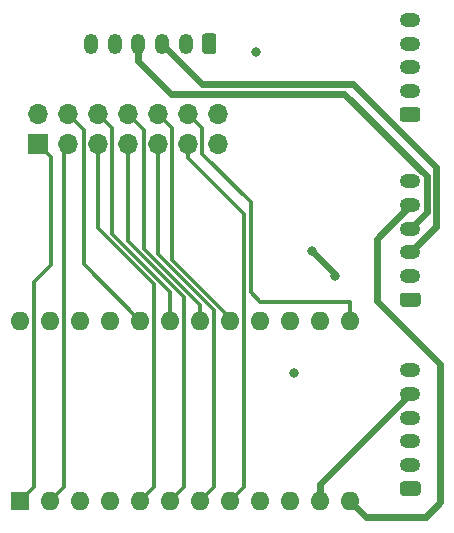
<source format=gbr>
%TF.GenerationSoftware,KiCad,Pcbnew,(5.1.9)-1*%
%TF.CreationDate,2021-10-18T19:29:22-06:00*%
%TF.ProjectId,stick_controller,73746963-6b5f-4636-9f6e-74726f6c6c65,rev?*%
%TF.SameCoordinates,Original*%
%TF.FileFunction,Copper,L2,Inr*%
%TF.FilePolarity,Positive*%
%FSLAX46Y46*%
G04 Gerber Fmt 4.6, Leading zero omitted, Abs format (unit mm)*
G04 Created by KiCad (PCBNEW (5.1.9)-1) date 2021-10-18 19:29:22*
%MOMM*%
%LPD*%
G01*
G04 APERTURE LIST*
%TA.AperFunction,ComponentPad*%
%ADD10O,1.700000X1.700000*%
%TD*%
%TA.AperFunction,ComponentPad*%
%ADD11R,1.700000X1.700000*%
%TD*%
%TA.AperFunction,ComponentPad*%
%ADD12R,1.600000X1.600000*%
%TD*%
%TA.AperFunction,ComponentPad*%
%ADD13O,1.600000X1.600000*%
%TD*%
%TA.AperFunction,ComponentPad*%
%ADD14O,1.750000X1.200000*%
%TD*%
%TA.AperFunction,ComponentPad*%
%ADD15O,1.200000X1.750000*%
%TD*%
%TA.AperFunction,ViaPad*%
%ADD16C,0.800000*%
%TD*%
%TA.AperFunction,Conductor*%
%ADD17C,0.609600*%
%TD*%
%TA.AperFunction,Conductor*%
%ADD18C,0.304800*%
%TD*%
G04 APERTURE END LIST*
D10*
%TO.N,GND*%
%TO.C,J5*%
X128716000Y-50290000D03*
X128716000Y-52830000D03*
%TO.N,/~D10A10*%
X126176000Y-50290000D03*
%TO.N,/~D5*%
X126176000Y-52830000D03*
%TO.N,/A0*%
X123636000Y-50290000D03*
%TO.N,/D4A6*%
X123636000Y-52830000D03*
%TO.N,/A1*%
X121096000Y-50290000D03*
%TO.N,/~D3*%
X121096000Y-52830000D03*
%TO.N,/A2*%
X118556000Y-50290000D03*
%TO.N,/D2*%
X118556000Y-52830000D03*
%TO.N,/A3*%
X116016000Y-50290000D03*
%TO.N,/D0*%
X116016000Y-52830000D03*
%TO.N,+5V*%
X113476000Y-50290000D03*
D11*
%TO.N,/D1*%
X113476000Y-52830000D03*
%TD*%
D12*
%TO.N,/D1*%
%TO.C,U1*%
X111980000Y-83018000D03*
D13*
%TO.N,/~D10A10*%
X139920000Y-67778000D03*
%TO.N,/D0*%
X114520000Y-83018000D03*
%TO.N,/MOSI*%
X137380000Y-67778000D03*
%TO.N,GND*%
X117060000Y-83018000D03*
%TO.N,/MISO*%
X134840000Y-67778000D03*
%TO.N,GND*%
X119600000Y-83018000D03*
%TO.N,/SCK*%
X132300000Y-67778000D03*
%TO.N,/D2*%
X122140000Y-83018000D03*
%TO.N,/A0*%
X129760000Y-67778000D03*
%TO.N,/~D3*%
X124680000Y-83018000D03*
%TO.N,/A1*%
X127220000Y-67778000D03*
%TO.N,/D4A6*%
X127220000Y-83018000D03*
%TO.N,/A2*%
X124680000Y-67778000D03*
%TO.N,/~D5*%
X129760000Y-83018000D03*
%TO.N,/A3*%
X122140000Y-67778000D03*
%TO.N,/CSg*%
X132300000Y-83018000D03*
%TO.N,+5V*%
X119600000Y-67778000D03*
%TO.N,/CSz*%
X134840000Y-83018000D03*
%TO.N,/RST*%
X117060000Y-67778000D03*
%TO.N,/CSy*%
X137380000Y-83018000D03*
%TO.N,GND*%
X114520000Y-67778000D03*
%TO.N,/CSx*%
X139920000Y-83018000D03*
%TO.N,Net-(U1-Pad24)*%
X111980000Y-67778000D03*
%TD*%
D14*
%TO.N,GND*%
%TO.C,J4*%
X144976000Y-42330000D03*
%TO.N,/MISOg*%
X144976000Y-44330000D03*
%TO.N,/SCK*%
X144976000Y-46330000D03*
%TO.N,/CSg*%
X144976000Y-48330000D03*
%TO.N,+5V*%
%TA.AperFunction,ComponentPad*%
G36*
G01*
X145601001Y-50930000D02*
X144350999Y-50930000D01*
G75*
G02*
X144101000Y-50680001I0J249999D01*
G01*
X144101000Y-49979999D01*
G75*
G02*
X144350999Y-49730000I249999J0D01*
G01*
X145601001Y-49730000D01*
G75*
G02*
X145851000Y-49979999I0J-249999D01*
G01*
X145851000Y-50680001D01*
G75*
G02*
X145601001Y-50930000I-249999J0D01*
G01*
G37*
%TD.AperFunction*%
%TD*%
D15*
%TO.N,GND*%
%TO.C,J3*%
X117976000Y-44330000D03*
%TO.N,/CSz*%
X119976000Y-44330000D03*
%TO.N,/SCK*%
X121976000Y-44330000D03*
%TO.N,/MOSI*%
X123976000Y-44330000D03*
%TO.N,/MISO*%
X125976000Y-44330000D03*
%TO.N,+5V*%
%TA.AperFunction,ComponentPad*%
G36*
G01*
X128576000Y-43704999D02*
X128576000Y-44955001D01*
G75*
G02*
X128326001Y-45205000I-249999J0D01*
G01*
X127625999Y-45205000D01*
G75*
G02*
X127376000Y-44955001I0J249999D01*
G01*
X127376000Y-43704999D01*
G75*
G02*
X127625999Y-43455000I249999J0D01*
G01*
X128326001Y-43455000D01*
G75*
G02*
X128576000Y-43704999I0J-249999D01*
G01*
G37*
%TD.AperFunction*%
%TD*%
D14*
%TO.N,GND*%
%TO.C,J2*%
X145000000Y-72000000D03*
%TO.N,/CSy*%
X145000000Y-74000000D03*
%TO.N,/SCK*%
X145000000Y-76000000D03*
%TO.N,/MOSI*%
X145000000Y-78000000D03*
%TO.N,/MISO*%
X145000000Y-80000000D03*
%TO.N,+5V*%
%TA.AperFunction,ComponentPad*%
G36*
G01*
X145625001Y-82600000D02*
X144374999Y-82600000D01*
G75*
G02*
X144125000Y-82350001I0J249999D01*
G01*
X144125000Y-81649999D01*
G75*
G02*
X144374999Y-81400000I249999J0D01*
G01*
X145625001Y-81400000D01*
G75*
G02*
X145875000Y-81649999I0J-249999D01*
G01*
X145875000Y-82350001D01*
G75*
G02*
X145625001Y-82600000I-249999J0D01*
G01*
G37*
%TD.AperFunction*%
%TD*%
%TO.N,GND*%
%TO.C,J1*%
X145000000Y-56000000D03*
%TO.N,/CSx*%
X145000000Y-58000000D03*
%TO.N,/SCK*%
X145000000Y-60000000D03*
%TO.N,/MOSI*%
X145000000Y-62000000D03*
%TO.N,/MISO*%
X145000000Y-64000000D03*
%TO.N,+5V*%
%TA.AperFunction,ComponentPad*%
G36*
G01*
X145625001Y-66600000D02*
X144374999Y-66600000D01*
G75*
G02*
X144125000Y-66350001I0J249999D01*
G01*
X144125000Y-65649999D01*
G75*
G02*
X144374999Y-65400000I249999J0D01*
G01*
X145625001Y-65400000D01*
G75*
G02*
X145875000Y-65649999I0J-249999D01*
G01*
X145875000Y-66350001D01*
G75*
G02*
X145625001Y-66600000I-249999J0D01*
G01*
G37*
%TD.AperFunction*%
%TD*%
D16*
%TO.N,/MOSI*%
X135122000Y-72189500D03*
%TO.N,/MISO*%
X131947000Y-45011500D03*
X136646000Y-61902500D03*
X138618000Y-64000000D03*
%TD*%
D17*
%TO.N,/CSx*%
X141283500Y-84381500D02*
X139920000Y-83018000D01*
X146298000Y-84381500D02*
X141283500Y-84381500D01*
X147504500Y-83175000D02*
X146298000Y-84381500D01*
X147504500Y-71427500D02*
X147504500Y-83175000D01*
X142170500Y-66093500D02*
X147504500Y-71427500D01*
X142170500Y-60829500D02*
X142170500Y-66093500D01*
X145000000Y-58000000D02*
X142170500Y-60829500D01*
%TO.N,/SCK*%
X121976000Y-45814600D02*
X124728900Y-48567500D01*
X121976000Y-44330000D02*
X121976000Y-45814600D01*
X146379810Y-55542373D02*
X146379810Y-58620190D01*
X139404937Y-48567500D02*
X146379810Y-55542373D01*
X124728900Y-48567500D02*
X139404937Y-48567500D01*
X146379810Y-58620190D02*
X145000000Y-60000000D01*
%TO.N,/MOSI*%
X127403889Y-47757889D02*
X123976000Y-44330000D01*
X145000000Y-62000000D02*
X147189421Y-59810579D01*
X147189421Y-59810579D02*
X147189421Y-54790959D01*
X147189421Y-54790959D02*
X140156351Y-47757889D01*
X140156351Y-47757889D02*
X127403889Y-47757889D01*
%TO.N,/MISO*%
X138618000Y-63874500D02*
X136646000Y-61902500D01*
X138618000Y-64000000D02*
X138618000Y-63874500D01*
%TO.N,/CSy*%
X137380000Y-81620000D02*
X137380000Y-83018000D01*
X145000000Y-74000000D02*
X137380000Y-81620000D01*
D18*
%TO.N,/~D10A10*%
X131502500Y-57775000D02*
X127378401Y-53650901D01*
X127378401Y-51492401D02*
X126176000Y-50290000D01*
X131502500Y-65395000D02*
X131502500Y-57775000D01*
X132300000Y-66192500D02*
X131502500Y-65395000D01*
X127378401Y-53650901D02*
X127378401Y-51492401D01*
X139920000Y-66192500D02*
X132300000Y-66192500D01*
X139920000Y-67778000D02*
X139920000Y-66192500D01*
%TO.N,/~D5*%
X129760000Y-83018000D02*
X130934190Y-81843810D01*
X130934190Y-81843810D02*
X130934190Y-58790271D01*
X130934190Y-58790271D02*
X126176000Y-54032081D01*
X126176000Y-54032081D02*
X126176000Y-52830000D01*
%TO.N,/A0*%
X124838401Y-51492401D02*
X123636000Y-50290000D01*
X124838401Y-58018851D02*
X124838401Y-51492401D01*
X124835000Y-58022252D02*
X124838401Y-58018851D01*
X124835000Y-62664500D02*
X124835000Y-58022252D01*
X129760000Y-67589500D02*
X124835000Y-62664500D01*
X129760000Y-67778000D02*
X129760000Y-67589500D01*
%TO.N,/D4A6*%
X128372401Y-81865599D02*
X128372401Y-66915811D01*
X128372401Y-66915811D02*
X123631689Y-62175099D01*
X123631689Y-62175099D02*
X123631690Y-52834310D01*
X127220000Y-83018000D02*
X128372401Y-81865599D01*
X123631690Y-52834310D02*
X123636000Y-52830000D01*
%TO.N,/A1*%
X122433599Y-51627599D02*
X121096000Y-50290000D01*
X127220000Y-66477320D02*
X122433599Y-61690919D01*
X122433599Y-61690919D02*
X122433599Y-51627599D01*
X127220000Y-67778000D02*
X127220000Y-66477320D01*
%TO.N,/~D3*%
X121096000Y-61067230D02*
X121096000Y-52830000D01*
X125832401Y-81865599D02*
X125832401Y-65803631D01*
X125832401Y-65803631D02*
X121096000Y-61067230D01*
X124680000Y-83018000D02*
X125832401Y-81865599D01*
%TO.N,/A2*%
X119758401Y-60443541D02*
X119758401Y-51492401D01*
X124680000Y-67778000D02*
X124680000Y-65365140D01*
X124680000Y-65365140D02*
X119758401Y-60443541D01*
X119758401Y-51492401D02*
X118556000Y-50290000D01*
%TO.N,/D2*%
X118556000Y-59955050D02*
X118556000Y-52830000D01*
X123292401Y-64691451D02*
X118556000Y-59955050D01*
X123292401Y-81865599D02*
X123292401Y-64691451D01*
X122140000Y-83018000D02*
X123292401Y-81865599D01*
%TO.N,/A3*%
X117353599Y-51627599D02*
X116016000Y-50290000D01*
X117353599Y-62991599D02*
X117353599Y-51627599D01*
X122140000Y-67778000D02*
X117353599Y-62991599D01*
%TO.N,/D0*%
X115672401Y-53173599D02*
X116016000Y-52830000D01*
X115672401Y-81865599D02*
X115672401Y-53173599D01*
X114520000Y-83018000D02*
X115672401Y-81865599D01*
%TO.N,/D1*%
X114578401Y-53932401D02*
X113476000Y-52830000D01*
X114578401Y-63099153D02*
X114578401Y-53932401D01*
X113132401Y-64545153D02*
X114578401Y-63099153D01*
X113132401Y-81865599D02*
X113132401Y-64545153D01*
X111980000Y-83018000D02*
X113132401Y-81865599D01*
%TD*%
M02*

</source>
